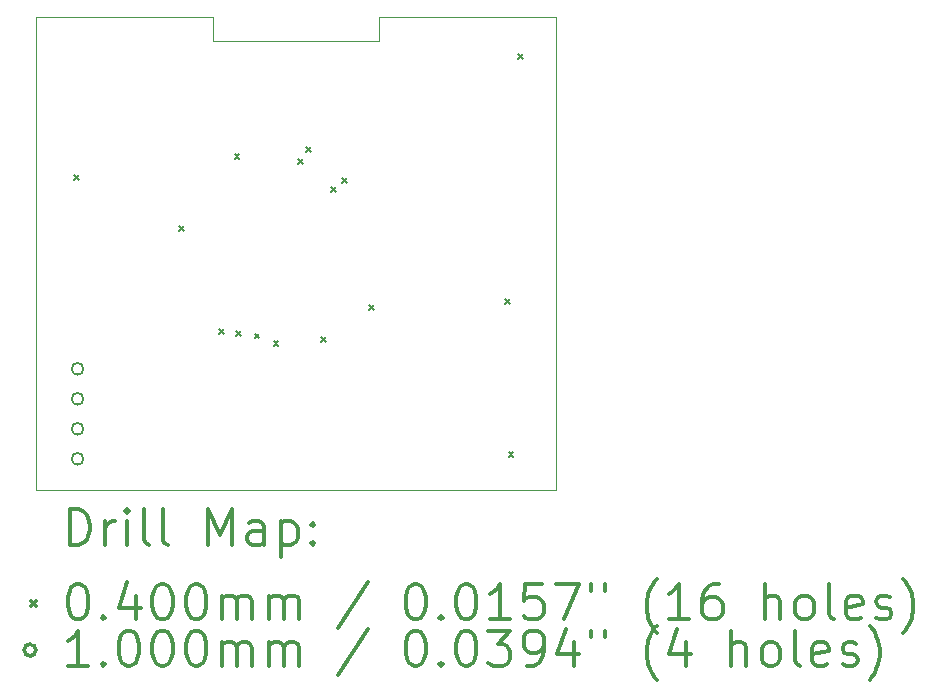
<source format=gbr>
%FSLAX45Y45*%
G04 Gerber Fmt 4.5, Leading zero omitted, Abs format (unit mm)*
G04 Created by KiCad (PCBNEW 5.1.10-88a1d61d58~90~ubuntu20.04.1) date 2021-11-23 17:14:08*
%MOMM*%
%LPD*%
G01*
G04 APERTURE LIST*
%TA.AperFunction,Profile*%
%ADD10C,0.050000*%
%TD*%
%ADD11C,0.200000*%
%ADD12C,0.300000*%
G04 APERTURE END LIST*
D10*
X11900000Y-6000000D02*
X13400000Y-6000000D01*
X11900000Y-6200000D02*
X11900000Y-6000000D01*
X10500000Y-6200000D02*
X11900000Y-6200000D01*
X10500000Y-6000000D02*
X10500000Y-6200000D01*
X9000000Y-6000000D02*
X10500000Y-6000000D01*
X9000000Y-10000000D02*
X9000000Y-6000000D01*
X13400000Y-10000000D02*
X9000000Y-10000000D01*
X13400000Y-6000000D02*
X13400000Y-10000000D01*
D11*
X9320000Y-7340000D02*
X9360000Y-7380000D01*
X9360000Y-7340000D02*
X9320000Y-7380000D01*
X10210000Y-7770000D02*
X10250000Y-7810000D01*
X10250000Y-7770000D02*
X10210000Y-7810000D01*
X10550000Y-8640000D02*
X10590000Y-8680000D01*
X10590000Y-8640000D02*
X10550000Y-8680000D01*
X10680000Y-7160000D02*
X10720000Y-7200000D01*
X10720000Y-7160000D02*
X10680000Y-7200000D01*
X10690000Y-8660000D02*
X10730000Y-8700000D01*
X10730000Y-8660000D02*
X10690000Y-8700000D01*
X10850000Y-8680000D02*
X10890000Y-8720000D01*
X10890000Y-8680000D02*
X10850000Y-8720000D01*
X11010000Y-8740000D02*
X11050000Y-8780000D01*
X11050000Y-8740000D02*
X11010000Y-8780000D01*
X11220000Y-7200000D02*
X11260000Y-7240000D01*
X11260000Y-7200000D02*
X11220000Y-7240000D01*
X11282500Y-7100000D02*
X11322500Y-7140000D01*
X11322500Y-7100000D02*
X11282500Y-7140000D01*
X11410000Y-8710000D02*
X11450000Y-8750000D01*
X11450000Y-8710000D02*
X11410000Y-8750000D01*
X11500000Y-7440000D02*
X11540000Y-7480000D01*
X11540000Y-7440000D02*
X11500000Y-7480000D01*
X11590000Y-7360000D02*
X11630000Y-7400000D01*
X11630000Y-7360000D02*
X11590000Y-7400000D01*
X11820000Y-8440000D02*
X11860000Y-8480000D01*
X11860000Y-8440000D02*
X11820000Y-8480000D01*
X12970000Y-8390000D02*
X13010000Y-8430000D01*
X13010000Y-8390000D02*
X12970000Y-8430000D01*
X13000000Y-9680000D02*
X13040000Y-9720000D01*
X13040000Y-9680000D02*
X13000000Y-9720000D01*
X13080000Y-6310000D02*
X13120000Y-6350000D01*
X13120000Y-6310000D02*
X13080000Y-6350000D01*
X9400000Y-8978000D02*
G75*
G03*
X9400000Y-8978000I-50000J0D01*
G01*
X9400000Y-9232000D02*
G75*
G03*
X9400000Y-9232000I-50000J0D01*
G01*
X9400000Y-9486000D02*
G75*
G03*
X9400000Y-9486000I-50000J0D01*
G01*
X9400000Y-9740000D02*
G75*
G03*
X9400000Y-9740000I-50000J0D01*
G01*
D12*
X9283928Y-10468214D02*
X9283928Y-10168214D01*
X9355357Y-10168214D01*
X9398214Y-10182500D01*
X9426786Y-10211072D01*
X9441071Y-10239643D01*
X9455357Y-10296786D01*
X9455357Y-10339643D01*
X9441071Y-10396786D01*
X9426786Y-10425357D01*
X9398214Y-10453929D01*
X9355357Y-10468214D01*
X9283928Y-10468214D01*
X9583928Y-10468214D02*
X9583928Y-10268214D01*
X9583928Y-10325357D02*
X9598214Y-10296786D01*
X9612500Y-10282500D01*
X9641071Y-10268214D01*
X9669643Y-10268214D01*
X9769643Y-10468214D02*
X9769643Y-10268214D01*
X9769643Y-10168214D02*
X9755357Y-10182500D01*
X9769643Y-10196786D01*
X9783928Y-10182500D01*
X9769643Y-10168214D01*
X9769643Y-10196786D01*
X9955357Y-10468214D02*
X9926786Y-10453929D01*
X9912500Y-10425357D01*
X9912500Y-10168214D01*
X10112500Y-10468214D02*
X10083928Y-10453929D01*
X10069643Y-10425357D01*
X10069643Y-10168214D01*
X10455357Y-10468214D02*
X10455357Y-10168214D01*
X10555357Y-10382500D01*
X10655357Y-10168214D01*
X10655357Y-10468214D01*
X10926786Y-10468214D02*
X10926786Y-10311072D01*
X10912500Y-10282500D01*
X10883928Y-10268214D01*
X10826786Y-10268214D01*
X10798214Y-10282500D01*
X10926786Y-10453929D02*
X10898214Y-10468214D01*
X10826786Y-10468214D01*
X10798214Y-10453929D01*
X10783928Y-10425357D01*
X10783928Y-10396786D01*
X10798214Y-10368214D01*
X10826786Y-10353929D01*
X10898214Y-10353929D01*
X10926786Y-10339643D01*
X11069643Y-10268214D02*
X11069643Y-10568214D01*
X11069643Y-10282500D02*
X11098214Y-10268214D01*
X11155357Y-10268214D01*
X11183928Y-10282500D01*
X11198214Y-10296786D01*
X11212500Y-10325357D01*
X11212500Y-10411072D01*
X11198214Y-10439643D01*
X11183928Y-10453929D01*
X11155357Y-10468214D01*
X11098214Y-10468214D01*
X11069643Y-10453929D01*
X11341071Y-10439643D02*
X11355357Y-10453929D01*
X11341071Y-10468214D01*
X11326786Y-10453929D01*
X11341071Y-10439643D01*
X11341071Y-10468214D01*
X11341071Y-10282500D02*
X11355357Y-10296786D01*
X11341071Y-10311072D01*
X11326786Y-10296786D01*
X11341071Y-10282500D01*
X11341071Y-10311072D01*
X8957500Y-10942500D02*
X8997500Y-10982500D01*
X8997500Y-10942500D02*
X8957500Y-10982500D01*
X9341071Y-10798214D02*
X9369643Y-10798214D01*
X9398214Y-10812500D01*
X9412500Y-10826786D01*
X9426786Y-10855357D01*
X9441071Y-10912500D01*
X9441071Y-10983929D01*
X9426786Y-11041072D01*
X9412500Y-11069643D01*
X9398214Y-11083929D01*
X9369643Y-11098214D01*
X9341071Y-11098214D01*
X9312500Y-11083929D01*
X9298214Y-11069643D01*
X9283928Y-11041072D01*
X9269643Y-10983929D01*
X9269643Y-10912500D01*
X9283928Y-10855357D01*
X9298214Y-10826786D01*
X9312500Y-10812500D01*
X9341071Y-10798214D01*
X9569643Y-11069643D02*
X9583928Y-11083929D01*
X9569643Y-11098214D01*
X9555357Y-11083929D01*
X9569643Y-11069643D01*
X9569643Y-11098214D01*
X9841071Y-10898214D02*
X9841071Y-11098214D01*
X9769643Y-10783929D02*
X9698214Y-10998214D01*
X9883928Y-10998214D01*
X10055357Y-10798214D02*
X10083928Y-10798214D01*
X10112500Y-10812500D01*
X10126786Y-10826786D01*
X10141071Y-10855357D01*
X10155357Y-10912500D01*
X10155357Y-10983929D01*
X10141071Y-11041072D01*
X10126786Y-11069643D01*
X10112500Y-11083929D01*
X10083928Y-11098214D01*
X10055357Y-11098214D01*
X10026786Y-11083929D01*
X10012500Y-11069643D01*
X9998214Y-11041072D01*
X9983928Y-10983929D01*
X9983928Y-10912500D01*
X9998214Y-10855357D01*
X10012500Y-10826786D01*
X10026786Y-10812500D01*
X10055357Y-10798214D01*
X10341071Y-10798214D02*
X10369643Y-10798214D01*
X10398214Y-10812500D01*
X10412500Y-10826786D01*
X10426786Y-10855357D01*
X10441071Y-10912500D01*
X10441071Y-10983929D01*
X10426786Y-11041072D01*
X10412500Y-11069643D01*
X10398214Y-11083929D01*
X10369643Y-11098214D01*
X10341071Y-11098214D01*
X10312500Y-11083929D01*
X10298214Y-11069643D01*
X10283928Y-11041072D01*
X10269643Y-10983929D01*
X10269643Y-10912500D01*
X10283928Y-10855357D01*
X10298214Y-10826786D01*
X10312500Y-10812500D01*
X10341071Y-10798214D01*
X10569643Y-11098214D02*
X10569643Y-10898214D01*
X10569643Y-10926786D02*
X10583928Y-10912500D01*
X10612500Y-10898214D01*
X10655357Y-10898214D01*
X10683928Y-10912500D01*
X10698214Y-10941072D01*
X10698214Y-11098214D01*
X10698214Y-10941072D02*
X10712500Y-10912500D01*
X10741071Y-10898214D01*
X10783928Y-10898214D01*
X10812500Y-10912500D01*
X10826786Y-10941072D01*
X10826786Y-11098214D01*
X10969643Y-11098214D02*
X10969643Y-10898214D01*
X10969643Y-10926786D02*
X10983928Y-10912500D01*
X11012500Y-10898214D01*
X11055357Y-10898214D01*
X11083928Y-10912500D01*
X11098214Y-10941072D01*
X11098214Y-11098214D01*
X11098214Y-10941072D02*
X11112500Y-10912500D01*
X11141071Y-10898214D01*
X11183928Y-10898214D01*
X11212500Y-10912500D01*
X11226786Y-10941072D01*
X11226786Y-11098214D01*
X11812500Y-10783929D02*
X11555357Y-11169643D01*
X12198214Y-10798214D02*
X12226786Y-10798214D01*
X12255357Y-10812500D01*
X12269643Y-10826786D01*
X12283928Y-10855357D01*
X12298214Y-10912500D01*
X12298214Y-10983929D01*
X12283928Y-11041072D01*
X12269643Y-11069643D01*
X12255357Y-11083929D01*
X12226786Y-11098214D01*
X12198214Y-11098214D01*
X12169643Y-11083929D01*
X12155357Y-11069643D01*
X12141071Y-11041072D01*
X12126786Y-10983929D01*
X12126786Y-10912500D01*
X12141071Y-10855357D01*
X12155357Y-10826786D01*
X12169643Y-10812500D01*
X12198214Y-10798214D01*
X12426786Y-11069643D02*
X12441071Y-11083929D01*
X12426786Y-11098214D01*
X12412500Y-11083929D01*
X12426786Y-11069643D01*
X12426786Y-11098214D01*
X12626786Y-10798214D02*
X12655357Y-10798214D01*
X12683928Y-10812500D01*
X12698214Y-10826786D01*
X12712500Y-10855357D01*
X12726786Y-10912500D01*
X12726786Y-10983929D01*
X12712500Y-11041072D01*
X12698214Y-11069643D01*
X12683928Y-11083929D01*
X12655357Y-11098214D01*
X12626786Y-11098214D01*
X12598214Y-11083929D01*
X12583928Y-11069643D01*
X12569643Y-11041072D01*
X12555357Y-10983929D01*
X12555357Y-10912500D01*
X12569643Y-10855357D01*
X12583928Y-10826786D01*
X12598214Y-10812500D01*
X12626786Y-10798214D01*
X13012500Y-11098214D02*
X12841071Y-11098214D01*
X12926786Y-11098214D02*
X12926786Y-10798214D01*
X12898214Y-10841072D01*
X12869643Y-10869643D01*
X12841071Y-10883929D01*
X13283928Y-10798214D02*
X13141071Y-10798214D01*
X13126786Y-10941072D01*
X13141071Y-10926786D01*
X13169643Y-10912500D01*
X13241071Y-10912500D01*
X13269643Y-10926786D01*
X13283928Y-10941072D01*
X13298214Y-10969643D01*
X13298214Y-11041072D01*
X13283928Y-11069643D01*
X13269643Y-11083929D01*
X13241071Y-11098214D01*
X13169643Y-11098214D01*
X13141071Y-11083929D01*
X13126786Y-11069643D01*
X13398214Y-10798214D02*
X13598214Y-10798214D01*
X13469643Y-11098214D01*
X13698214Y-10798214D02*
X13698214Y-10855357D01*
X13812500Y-10798214D02*
X13812500Y-10855357D01*
X14255357Y-11212500D02*
X14241071Y-11198214D01*
X14212500Y-11155357D01*
X14198214Y-11126786D01*
X14183928Y-11083929D01*
X14169643Y-11012500D01*
X14169643Y-10955357D01*
X14183928Y-10883929D01*
X14198214Y-10841072D01*
X14212500Y-10812500D01*
X14241071Y-10769643D01*
X14255357Y-10755357D01*
X14526786Y-11098214D02*
X14355357Y-11098214D01*
X14441071Y-11098214D02*
X14441071Y-10798214D01*
X14412500Y-10841072D01*
X14383928Y-10869643D01*
X14355357Y-10883929D01*
X14783928Y-10798214D02*
X14726786Y-10798214D01*
X14698214Y-10812500D01*
X14683928Y-10826786D01*
X14655357Y-10869643D01*
X14641071Y-10926786D01*
X14641071Y-11041072D01*
X14655357Y-11069643D01*
X14669643Y-11083929D01*
X14698214Y-11098214D01*
X14755357Y-11098214D01*
X14783928Y-11083929D01*
X14798214Y-11069643D01*
X14812500Y-11041072D01*
X14812500Y-10969643D01*
X14798214Y-10941072D01*
X14783928Y-10926786D01*
X14755357Y-10912500D01*
X14698214Y-10912500D01*
X14669643Y-10926786D01*
X14655357Y-10941072D01*
X14641071Y-10969643D01*
X15169643Y-11098214D02*
X15169643Y-10798214D01*
X15298214Y-11098214D02*
X15298214Y-10941072D01*
X15283928Y-10912500D01*
X15255357Y-10898214D01*
X15212500Y-10898214D01*
X15183928Y-10912500D01*
X15169643Y-10926786D01*
X15483928Y-11098214D02*
X15455357Y-11083929D01*
X15441071Y-11069643D01*
X15426786Y-11041072D01*
X15426786Y-10955357D01*
X15441071Y-10926786D01*
X15455357Y-10912500D01*
X15483928Y-10898214D01*
X15526786Y-10898214D01*
X15555357Y-10912500D01*
X15569643Y-10926786D01*
X15583928Y-10955357D01*
X15583928Y-11041072D01*
X15569643Y-11069643D01*
X15555357Y-11083929D01*
X15526786Y-11098214D01*
X15483928Y-11098214D01*
X15755357Y-11098214D02*
X15726786Y-11083929D01*
X15712500Y-11055357D01*
X15712500Y-10798214D01*
X15983928Y-11083929D02*
X15955357Y-11098214D01*
X15898214Y-11098214D01*
X15869643Y-11083929D01*
X15855357Y-11055357D01*
X15855357Y-10941072D01*
X15869643Y-10912500D01*
X15898214Y-10898214D01*
X15955357Y-10898214D01*
X15983928Y-10912500D01*
X15998214Y-10941072D01*
X15998214Y-10969643D01*
X15855357Y-10998214D01*
X16112500Y-11083929D02*
X16141071Y-11098214D01*
X16198214Y-11098214D01*
X16226786Y-11083929D01*
X16241071Y-11055357D01*
X16241071Y-11041072D01*
X16226786Y-11012500D01*
X16198214Y-10998214D01*
X16155357Y-10998214D01*
X16126786Y-10983929D01*
X16112500Y-10955357D01*
X16112500Y-10941072D01*
X16126786Y-10912500D01*
X16155357Y-10898214D01*
X16198214Y-10898214D01*
X16226786Y-10912500D01*
X16341071Y-11212500D02*
X16355357Y-11198214D01*
X16383928Y-11155357D01*
X16398214Y-11126786D01*
X16412500Y-11083929D01*
X16426786Y-11012500D01*
X16426786Y-10955357D01*
X16412500Y-10883929D01*
X16398214Y-10841072D01*
X16383928Y-10812500D01*
X16355357Y-10769643D01*
X16341071Y-10755357D01*
X8997500Y-11358500D02*
G75*
G03*
X8997500Y-11358500I-50000J0D01*
G01*
X9441071Y-11494214D02*
X9269643Y-11494214D01*
X9355357Y-11494214D02*
X9355357Y-11194214D01*
X9326786Y-11237071D01*
X9298214Y-11265643D01*
X9269643Y-11279929D01*
X9569643Y-11465643D02*
X9583928Y-11479929D01*
X9569643Y-11494214D01*
X9555357Y-11479929D01*
X9569643Y-11465643D01*
X9569643Y-11494214D01*
X9769643Y-11194214D02*
X9798214Y-11194214D01*
X9826786Y-11208500D01*
X9841071Y-11222786D01*
X9855357Y-11251357D01*
X9869643Y-11308500D01*
X9869643Y-11379929D01*
X9855357Y-11437071D01*
X9841071Y-11465643D01*
X9826786Y-11479929D01*
X9798214Y-11494214D01*
X9769643Y-11494214D01*
X9741071Y-11479929D01*
X9726786Y-11465643D01*
X9712500Y-11437071D01*
X9698214Y-11379929D01*
X9698214Y-11308500D01*
X9712500Y-11251357D01*
X9726786Y-11222786D01*
X9741071Y-11208500D01*
X9769643Y-11194214D01*
X10055357Y-11194214D02*
X10083928Y-11194214D01*
X10112500Y-11208500D01*
X10126786Y-11222786D01*
X10141071Y-11251357D01*
X10155357Y-11308500D01*
X10155357Y-11379929D01*
X10141071Y-11437071D01*
X10126786Y-11465643D01*
X10112500Y-11479929D01*
X10083928Y-11494214D01*
X10055357Y-11494214D01*
X10026786Y-11479929D01*
X10012500Y-11465643D01*
X9998214Y-11437071D01*
X9983928Y-11379929D01*
X9983928Y-11308500D01*
X9998214Y-11251357D01*
X10012500Y-11222786D01*
X10026786Y-11208500D01*
X10055357Y-11194214D01*
X10341071Y-11194214D02*
X10369643Y-11194214D01*
X10398214Y-11208500D01*
X10412500Y-11222786D01*
X10426786Y-11251357D01*
X10441071Y-11308500D01*
X10441071Y-11379929D01*
X10426786Y-11437071D01*
X10412500Y-11465643D01*
X10398214Y-11479929D01*
X10369643Y-11494214D01*
X10341071Y-11494214D01*
X10312500Y-11479929D01*
X10298214Y-11465643D01*
X10283928Y-11437071D01*
X10269643Y-11379929D01*
X10269643Y-11308500D01*
X10283928Y-11251357D01*
X10298214Y-11222786D01*
X10312500Y-11208500D01*
X10341071Y-11194214D01*
X10569643Y-11494214D02*
X10569643Y-11294214D01*
X10569643Y-11322786D02*
X10583928Y-11308500D01*
X10612500Y-11294214D01*
X10655357Y-11294214D01*
X10683928Y-11308500D01*
X10698214Y-11337071D01*
X10698214Y-11494214D01*
X10698214Y-11337071D02*
X10712500Y-11308500D01*
X10741071Y-11294214D01*
X10783928Y-11294214D01*
X10812500Y-11308500D01*
X10826786Y-11337071D01*
X10826786Y-11494214D01*
X10969643Y-11494214D02*
X10969643Y-11294214D01*
X10969643Y-11322786D02*
X10983928Y-11308500D01*
X11012500Y-11294214D01*
X11055357Y-11294214D01*
X11083928Y-11308500D01*
X11098214Y-11337071D01*
X11098214Y-11494214D01*
X11098214Y-11337071D02*
X11112500Y-11308500D01*
X11141071Y-11294214D01*
X11183928Y-11294214D01*
X11212500Y-11308500D01*
X11226786Y-11337071D01*
X11226786Y-11494214D01*
X11812500Y-11179929D02*
X11555357Y-11565643D01*
X12198214Y-11194214D02*
X12226786Y-11194214D01*
X12255357Y-11208500D01*
X12269643Y-11222786D01*
X12283928Y-11251357D01*
X12298214Y-11308500D01*
X12298214Y-11379929D01*
X12283928Y-11437071D01*
X12269643Y-11465643D01*
X12255357Y-11479929D01*
X12226786Y-11494214D01*
X12198214Y-11494214D01*
X12169643Y-11479929D01*
X12155357Y-11465643D01*
X12141071Y-11437071D01*
X12126786Y-11379929D01*
X12126786Y-11308500D01*
X12141071Y-11251357D01*
X12155357Y-11222786D01*
X12169643Y-11208500D01*
X12198214Y-11194214D01*
X12426786Y-11465643D02*
X12441071Y-11479929D01*
X12426786Y-11494214D01*
X12412500Y-11479929D01*
X12426786Y-11465643D01*
X12426786Y-11494214D01*
X12626786Y-11194214D02*
X12655357Y-11194214D01*
X12683928Y-11208500D01*
X12698214Y-11222786D01*
X12712500Y-11251357D01*
X12726786Y-11308500D01*
X12726786Y-11379929D01*
X12712500Y-11437071D01*
X12698214Y-11465643D01*
X12683928Y-11479929D01*
X12655357Y-11494214D01*
X12626786Y-11494214D01*
X12598214Y-11479929D01*
X12583928Y-11465643D01*
X12569643Y-11437071D01*
X12555357Y-11379929D01*
X12555357Y-11308500D01*
X12569643Y-11251357D01*
X12583928Y-11222786D01*
X12598214Y-11208500D01*
X12626786Y-11194214D01*
X12826786Y-11194214D02*
X13012500Y-11194214D01*
X12912500Y-11308500D01*
X12955357Y-11308500D01*
X12983928Y-11322786D01*
X12998214Y-11337071D01*
X13012500Y-11365643D01*
X13012500Y-11437071D01*
X12998214Y-11465643D01*
X12983928Y-11479929D01*
X12955357Y-11494214D01*
X12869643Y-11494214D01*
X12841071Y-11479929D01*
X12826786Y-11465643D01*
X13155357Y-11494214D02*
X13212500Y-11494214D01*
X13241071Y-11479929D01*
X13255357Y-11465643D01*
X13283928Y-11422786D01*
X13298214Y-11365643D01*
X13298214Y-11251357D01*
X13283928Y-11222786D01*
X13269643Y-11208500D01*
X13241071Y-11194214D01*
X13183928Y-11194214D01*
X13155357Y-11208500D01*
X13141071Y-11222786D01*
X13126786Y-11251357D01*
X13126786Y-11322786D01*
X13141071Y-11351357D01*
X13155357Y-11365643D01*
X13183928Y-11379929D01*
X13241071Y-11379929D01*
X13269643Y-11365643D01*
X13283928Y-11351357D01*
X13298214Y-11322786D01*
X13555357Y-11294214D02*
X13555357Y-11494214D01*
X13483928Y-11179929D02*
X13412500Y-11394214D01*
X13598214Y-11394214D01*
X13698214Y-11194214D02*
X13698214Y-11251357D01*
X13812500Y-11194214D02*
X13812500Y-11251357D01*
X14255357Y-11608500D02*
X14241071Y-11594214D01*
X14212500Y-11551357D01*
X14198214Y-11522786D01*
X14183928Y-11479929D01*
X14169643Y-11408500D01*
X14169643Y-11351357D01*
X14183928Y-11279929D01*
X14198214Y-11237071D01*
X14212500Y-11208500D01*
X14241071Y-11165643D01*
X14255357Y-11151357D01*
X14498214Y-11294214D02*
X14498214Y-11494214D01*
X14426786Y-11179929D02*
X14355357Y-11394214D01*
X14541071Y-11394214D01*
X14883928Y-11494214D02*
X14883928Y-11194214D01*
X15012500Y-11494214D02*
X15012500Y-11337071D01*
X14998214Y-11308500D01*
X14969643Y-11294214D01*
X14926786Y-11294214D01*
X14898214Y-11308500D01*
X14883928Y-11322786D01*
X15198214Y-11494214D02*
X15169643Y-11479929D01*
X15155357Y-11465643D01*
X15141071Y-11437071D01*
X15141071Y-11351357D01*
X15155357Y-11322786D01*
X15169643Y-11308500D01*
X15198214Y-11294214D01*
X15241071Y-11294214D01*
X15269643Y-11308500D01*
X15283928Y-11322786D01*
X15298214Y-11351357D01*
X15298214Y-11437071D01*
X15283928Y-11465643D01*
X15269643Y-11479929D01*
X15241071Y-11494214D01*
X15198214Y-11494214D01*
X15469643Y-11494214D02*
X15441071Y-11479929D01*
X15426786Y-11451357D01*
X15426786Y-11194214D01*
X15698214Y-11479929D02*
X15669643Y-11494214D01*
X15612500Y-11494214D01*
X15583928Y-11479929D01*
X15569643Y-11451357D01*
X15569643Y-11337071D01*
X15583928Y-11308500D01*
X15612500Y-11294214D01*
X15669643Y-11294214D01*
X15698214Y-11308500D01*
X15712500Y-11337071D01*
X15712500Y-11365643D01*
X15569643Y-11394214D01*
X15826786Y-11479929D02*
X15855357Y-11494214D01*
X15912500Y-11494214D01*
X15941071Y-11479929D01*
X15955357Y-11451357D01*
X15955357Y-11437071D01*
X15941071Y-11408500D01*
X15912500Y-11394214D01*
X15869643Y-11394214D01*
X15841071Y-11379929D01*
X15826786Y-11351357D01*
X15826786Y-11337071D01*
X15841071Y-11308500D01*
X15869643Y-11294214D01*
X15912500Y-11294214D01*
X15941071Y-11308500D01*
X16055357Y-11608500D02*
X16069643Y-11594214D01*
X16098214Y-11551357D01*
X16112500Y-11522786D01*
X16126786Y-11479929D01*
X16141071Y-11408500D01*
X16141071Y-11351357D01*
X16126786Y-11279929D01*
X16112500Y-11237071D01*
X16098214Y-11208500D01*
X16069643Y-11165643D01*
X16055357Y-11151357D01*
M02*

</source>
